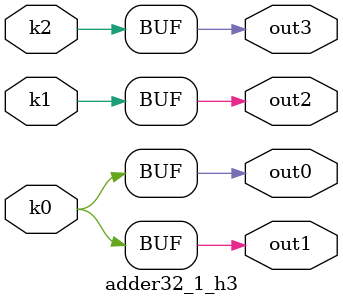
<source format=v>
module adder32_1(pi0, pi1, pi2, pi3, pi4, pi5, pi6, po0, po1, po2, po3);
input pi0, pi1, pi2, pi3, pi4, pi5, pi6;
output po0, po1, po2, po3;
wire k0, k1, k2;
adder32_1_w3 DUT1 (pi0, pi1, pi2, pi3, pi4, pi5, pi6, k0, k1, k2);
adder32_1_h3 DUT2 (k0, k1, k2, po0, po1, po2, po3);
endmodule

module adder32_1_w3(in6, in5, in4, in3, in2, in1, in0, k2, k1, k0);
input in6, in5, in4, in3, in2, in1, in0;
output k2, k1, k0;
assign k0 =   ((~in4 ^ in1) & ((((in6 & (in3 | ~in0)) | (in3 & ~in0)) & (in5 | in2)) | (in5 & in2))) | (((~in3 & in0) | (~in6 & (~in3 | in0))) & (~in5 | ~in2) & (in4 ^ in1)) | (~in5 & ~in2 & (in4 ^ in1));
assign k1 =   ((in5 ^ in2) & ((in6 & (in3 | ~in0)) | (in3 & ~in0))) | (((~in3 & in0) | (~in6 & (~in3 | in0))) & (~in5 ^ in2));
assign k2 =   in6 ? (in3 ^ in0) : (~in3 ^ in0);
endmodule

module adder32_1_h3(k2, k1, k0, out3, out2, out1, out0);
input k2, k1, k0;
output out3, out2, out1, out0;
assign out0 = k0;
assign out1 = k0;
assign out2 = k1;
assign out3 = k2;
endmodule

</source>
